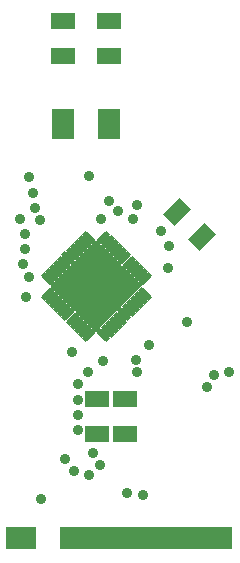
<source format=gts>
G04*
G04 #@! TF.GenerationSoftware,Altium Limited,Altium Designer,18.1.8 (232)*
G04*
G04 Layer_Color=8388736*
%FSLAX25Y25*%
%MOIN*%
G70*
G01*
G75*
%ADD21R,0.07887X0.05249*%
G04:AMPARAMS|DCode=22|XSize=19.02mil|YSize=51.31mil|CornerRadius=6.76mil|HoleSize=0mil|Usage=FLASHONLY|Rotation=225.000|XOffset=0mil|YOffset=0mil|HoleType=Round|Shape=RoundedRectangle|*
%AMROUNDEDRECTD22*
21,1,0.01902,0.03780,0,0,225.0*
21,1,0.00551,0.05131,0,0,225.0*
1,1,0.01351,-0.01531,0.01141*
1,1,0.01351,-0.01141,0.01531*
1,1,0.01351,0.01531,-0.01141*
1,1,0.01351,0.01141,-0.01531*
%
%ADD22ROUNDEDRECTD22*%
G04:AMPARAMS|DCode=23|XSize=19.02mil|YSize=51.31mil|CornerRadius=6.76mil|HoleSize=0mil|Usage=FLASHONLY|Rotation=135.000|XOffset=0mil|YOffset=0mil|HoleType=Round|Shape=RoundedRectangle|*
%AMROUNDEDRECTD23*
21,1,0.01902,0.03780,0,0,135.0*
21,1,0.00551,0.05131,0,0,135.0*
1,1,0.01351,0.01141,0.01531*
1,1,0.01351,0.01531,0.01141*
1,1,0.01351,-0.01141,-0.01531*
1,1,0.01351,-0.01531,-0.01141*
%
%ADD23ROUNDEDRECTD23*%
%ADD24P,0.30084X4X90.0*%
%ADD25R,0.07493X0.10249*%
%ADD26R,0.02250X0.07690*%
%ADD27R,0.02275X0.07690*%
G04:AMPARAMS|DCode=28|XSize=52.49mil|YSize=78.87mil|CornerRadius=0mil|HoleSize=0mil|Usage=FLASHONLY|Rotation=315.000|XOffset=0mil|YOffset=0mil|HoleType=Round|Shape=Rectangle|*
%AMROTATEDRECTD28*
4,1,4,-0.04644,-0.00933,0.00933,0.04644,0.04644,0.00933,-0.00933,-0.04644,-0.04644,-0.00933,0.0*
%
%ADD28ROTATEDRECTD28*%

%ADD29C,0.03556*%
D21*
X394407Y183866D02*
D03*
Y172134D02*
D03*
X384935D02*
D03*
Y183866D02*
D03*
X373528Y309866D02*
D03*
Y298134D02*
D03*
X389028Y309866D02*
D03*
Y298134D02*
D03*
D22*
X389963Y207864D02*
D03*
X391355Y209256D02*
D03*
X368528Y223733D02*
D03*
X369919Y225125D02*
D03*
X371311Y226517D02*
D03*
X372703Y227908D02*
D03*
X374095Y229300D02*
D03*
X375487Y230692D02*
D03*
X376879Y232084D02*
D03*
X378271Y233476D02*
D03*
X379663Y234868D02*
D03*
X381055Y236260D02*
D03*
X382447Y237652D02*
D03*
X401099Y219000D02*
D03*
X399707Y217608D02*
D03*
X398315Y216216D02*
D03*
X396923Y214824D02*
D03*
X395531Y213432D02*
D03*
X394139Y212040D02*
D03*
X392747Y210648D02*
D03*
X388571Y206473D02*
D03*
X387179Y205081D02*
D03*
D23*
X382447Y205081D02*
D03*
X381055Y206472D02*
D03*
X379663Y207864D02*
D03*
X378271Y209256D02*
D03*
X376879Y210648D02*
D03*
X375487Y212040D02*
D03*
X374095Y213432D02*
D03*
X372703Y214824D02*
D03*
X371311Y216216D02*
D03*
X369919Y217608D02*
D03*
X368528Y219000D02*
D03*
X387179Y237652D02*
D03*
X388571Y236260D02*
D03*
X389963Y234868D02*
D03*
X391355Y233476D02*
D03*
X392747Y232084D02*
D03*
X394139Y230692D02*
D03*
X395531Y229300D02*
D03*
X396923Y227908D02*
D03*
X398315Y226517D02*
D03*
X399707Y225125D02*
D03*
X401099Y223733D02*
D03*
D24*
X384813Y221366D02*
D03*
D25*
X389094Y275500D02*
D03*
X373661D02*
D03*
D26*
X395407Y137500D02*
D03*
X429013D02*
D03*
X415175D02*
D03*
X427036D02*
D03*
X425059D02*
D03*
X423082D02*
D03*
X421106D02*
D03*
X419129D02*
D03*
X417152D02*
D03*
X413198D02*
D03*
X411222D02*
D03*
X409245D02*
D03*
X407268D02*
D03*
X405291D02*
D03*
X403314D02*
D03*
X401338D02*
D03*
X399361D02*
D03*
X397384D02*
D03*
X393430D02*
D03*
X391454D02*
D03*
X389477D02*
D03*
X387500D02*
D03*
X385523D02*
D03*
X383546D02*
D03*
X381570D02*
D03*
X379593D02*
D03*
X377616D02*
D03*
X375639D02*
D03*
D27*
X373675D02*
D03*
X363604D02*
D03*
X355733D02*
D03*
X361604D02*
D03*
X359605D02*
D03*
X357605D02*
D03*
D28*
X411852Y246148D02*
D03*
X420148Y237852D02*
D03*
D29*
X359500Y244000D02*
D03*
X398000Y197000D02*
D03*
X402500Y202000D02*
D03*
X398262Y192778D02*
D03*
X382000Y193000D02*
D03*
X387000Y196549D02*
D03*
X409000Y235000D02*
D03*
X406500Y240000D02*
D03*
X382447Y258192D02*
D03*
X395000Y152500D02*
D03*
X400500Y151778D02*
D03*
X377500Y160000D02*
D03*
X374500Y164000D02*
D03*
X361000Y239000D02*
D03*
X366000Y243500D02*
D03*
X361500Y217716D02*
D03*
X376549Y199500D02*
D03*
X366500Y150500D02*
D03*
X378523Y189000D02*
D03*
X361000Y234000D02*
D03*
X360500Y229000D02*
D03*
X362299Y224500D02*
D03*
X408712Y227634D02*
D03*
X383546Y166000D02*
D03*
X378523Y173500D02*
D03*
Y178542D02*
D03*
Y183500D02*
D03*
X382500Y158500D02*
D03*
X386000Y162000D02*
D03*
X415000Y209500D02*
D03*
X421600Y188000D02*
D03*
X386500Y244000D02*
D03*
X389028Y250000D02*
D03*
X391967Y246500D02*
D03*
X396923Y244000D02*
D03*
X398315Y248500D02*
D03*
X424041Y191918D02*
D03*
X429000Y193000D02*
D03*
X364500Y247500D02*
D03*
X363549Y252451D02*
D03*
X362299Y257701D02*
D03*
M02*

</source>
